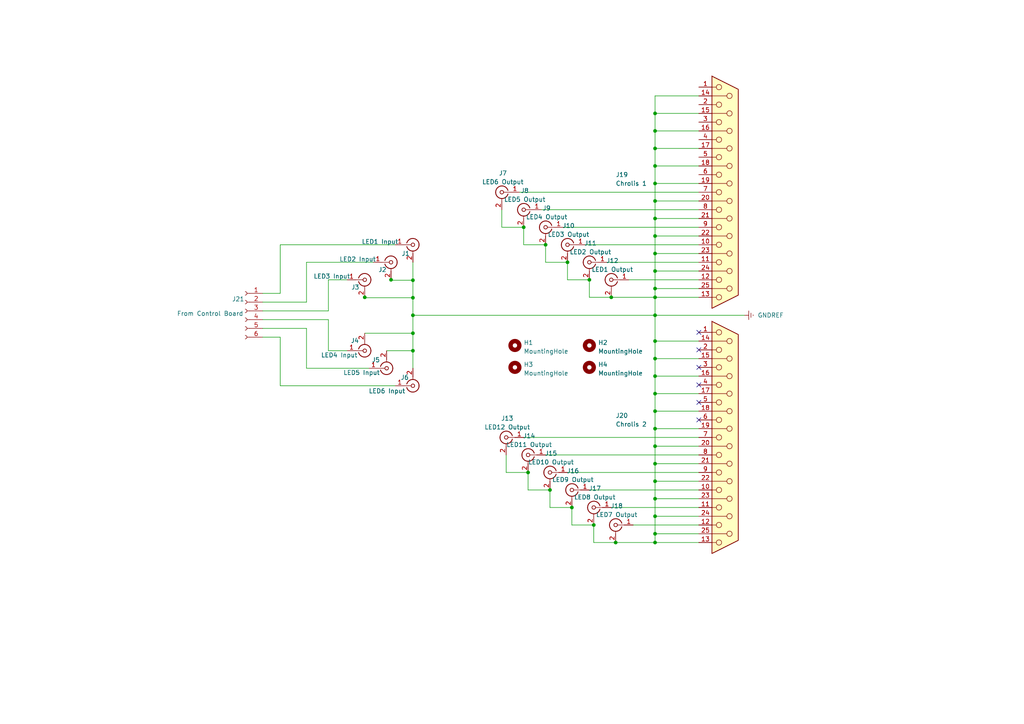
<source format=kicad_sch>
(kicad_sch (version 20211123) (generator eeschema)
  (paper "A4")
  (lib_symbols
    (symbol "Connector:Conn_01x06_Female" (pin_names (offset 1.016) hide)
      (property "Reference" "J" (at 0 7.62 0))
      (property "Value" "Conn_01x06_Female" (at 0 -10.16 0))
      (symbol "Conn_01x06_Female_1_1"
        (arc (start 0 -7.112) (mid -0.508 -7.62) (end 0 -8.128) (stroke (width 0.1524)))
        (arc (start 0 -4.572) (mid -0.508 -5.08) (end 0 -5.588) (stroke (width 0.1524)))
        (arc (start 0 -2.032) (mid -0.508 -2.54) (end 0 -3.048) (stroke (width 0.1524)))
        (polyline (pts (xy -1.27 -7.62) (xy -0.508 -7.62)) (stroke (width 0.1524)))
        (polyline (pts (xy -1.27 -5.08) (xy -0.508 -5.08)) (stroke (width 0.1524)))
        (polyline (pts (xy -1.27 -2.54) (xy -0.508 -2.54)) (stroke (width 0.1524)))
        (polyline (pts (xy -1.27 0) (xy -0.508 0)) (stroke (width 0.1524)))
        (polyline (pts (xy -1.27 2.54) (xy -0.508 2.54)) (stroke (width 0.1524)))
        (polyline (pts (xy -1.27 5.08) (xy -0.508 5.08)) (stroke (width 0.1524)))
        (arc (start 0 0.508) (mid -0.508 0) (end 0 -0.508) (stroke (width 0.1524)))
        (arc (start 0 3.048) (mid -0.508 2.54) (end 0 2.032) (stroke (width 0.1524)))
        (arc (start 0 5.588) (mid -0.508 5.08) (end 0 4.572) (stroke (width 0.1524)))
        (pin passive line (at -5.08 5.08 0) (length 3.81) (name "Pin_1") (number "1"))
        (pin passive line (at -5.08 2.54 0) (length 3.81) (name "Pin_2") (number "2"))
        (pin passive line (at -5.08 0 0) (length 3.81) (name "Pin_3") (number "3"))
        (pin passive line (at -5.08 -2.54 0) (length 3.81) (name "Pin_4") (number "4"))
        (pin passive line (at -5.08 -5.08 0) (length 3.81) (name "Pin_5") (number "5"))
        (pin passive line (at -5.08 -7.62 0) (length 3.81) (name "Pin_6") (number "6"))
      )
    )
    (symbol "Connector:Conn_Coaxial" (pin_names (offset 1.016) hide)
      (property "Reference" "J" (at 0.254 3.048 0))
      (property "Value" "Conn_Coaxial" (at 2.921 0 90))
      (symbol "Conn_Coaxial_0_1"
        (arc (start -1.778 -0.508) (mid 0.2311 -1.8066) (end 1.778 0) (stroke (width 0.254)))
        (polyline (pts (xy -2.54 0) (xy -0.508 0)))
        (polyline (pts (xy 0 -2.54) (xy 0 -1.778)))
        (circle (center 0 0) (radius 0.508) (stroke (width 0.2032)))
        (arc (start 1.778 0) (mid 0.2099 1.8101) (end -1.778 0.508) (stroke (width 0.254)))
      )
      (symbol "Conn_Coaxial_1_1"
        (pin passive line (at -5.08 0 0) (length 2.54) (name "In") (number "1"))
        (pin passive line (at 0 -5.08 90) (length 2.54) (name "Ext") (number "2"))
      )
    )
    (symbol "Connector:DB25_Female" (pin_names (offset 1.016) hide)
      (property "Reference" "J" (at 0 34.29 0))
      (property "Value" "DB25_Female" (at 0 -34.925 0))
      (symbol "DB25_Female_0_1"
        (circle (center -1.778 -30.48) (radius 0.762))
        (circle (center -1.778 -25.4) (radius 0.762))
        (circle (center -1.778 -20.32) (radius 0.762))
        (circle (center -1.778 -15.24) (radius 0.762))
        (circle (center -1.778 -10.16) (radius 0.762))
        (circle (center -1.778 -5.08) (radius 0.762))
        (circle (center -1.778 0) (radius 0.762))
        (circle (center -1.778 5.08) (radius 0.762))
        (circle (center -1.778 10.16) (radius 0.762))
        (circle (center -1.778 15.24) (radius 0.762))
        (circle (center -1.778 20.32) (radius 0.762))
        (circle (center -1.778 25.4) (radius 0.762))
        (circle (center -1.778 30.48) (radius 0.762))
        (polyline (pts (xy -3.81 -30.48) (xy -2.54 -30.48)))
        (polyline (pts (xy -3.81 -27.94) (xy 0.508 -27.94)))
        (polyline (pts (xy -3.81 -25.4) (xy -2.54 -25.4)))
        (polyline (pts (xy -3.81 -22.86) (xy 0.508 -22.86)))
        (polyline (pts (xy -3.81 -20.32) (xy -2.54 -20.32)))
        (polyline (pts (xy -3.81 -17.78) (xy 0.508 -17.78)))
        (polyline (pts (xy -3.81 -15.24) (xy -2.54 -15.24)))
        (polyline (pts (xy -3.81 -12.7) (xy 0.508 -12.7)))
        (polyline (pts (xy -3.81 -10.16) (xy -2.54 -10.16)))
        (polyline (pts (xy -3.81 -7.62) (xy 0.508 -7.62)))
        (polyline (pts (xy -3.81 -5.08) (xy -2.54 -5.08)))
        (polyline (pts (xy -3.81 -2.54) (xy 0.508 -2.54)))
        (polyline (pts (xy -3.81 0) (xy -2.54 0)))
        (polyline (pts (xy -3.81 2.54) (xy 0.508 2.54)))
        (polyline (pts (xy -3.81 5.08) (xy -2.54 5.08)))
        (polyline (pts (xy -3.81 7.62) (xy 0.508 7.62)))
        (polyline (pts (xy -3.81 10.16) (xy -2.54 10.16)))
        (polyline (pts (xy -3.81 12.7) (xy 0.508 12.7)))
        (polyline (pts (xy -3.81 15.24) (xy -2.54 15.24)))
        (polyline (pts (xy -3.81 17.78) (xy 0.508 17.78)))
        (polyline (pts (xy -3.81 20.32) (xy -2.54 20.32)))
        (polyline (pts (xy -3.81 22.86) (xy 0.508 22.86)))
        (polyline (pts (xy -3.81 25.4) (xy -2.54 25.4)))
        (polyline (pts (xy -3.81 27.94) (xy 0.508 27.94)))
        (polyline (pts (xy -3.81 30.48) (xy -2.54 30.48)))
        (polyline (pts (xy -3.81 33.655) (xy 3.81 29.845) (xy 3.81 -29.845) (xy -3.81 -33.655) (xy -3.81 33.655)) (stroke (width 0.254)) (fill (type background)))
        (circle (center 1.27 -27.94) (radius 0.762))
        (circle (center 1.27 -22.86) (radius 0.762))
        (circle (center 1.27 -17.78) (radius 0.762))
        (circle (center 1.27 -12.7) (radius 0.762))
        (circle (center 1.27 -7.62) (radius 0.762))
        (circle (center 1.27 -2.54) (radius 0.762))
        (circle (center 1.27 2.54) (radius 0.762))
        (circle (center 1.27 7.62) (radius 0.762))
        (circle (center 1.27 12.7) (radius 0.762))
        (circle (center 1.27 17.78) (radius 0.762))
        (circle (center 1.27 22.86) (radius 0.762))
        (circle (center 1.27 27.94) (radius 0.762))
      )
      (symbol "DB25_Female_1_1"
        (pin passive line (at -7.62 30.48 0) (length 3.81) (name "1") (number "1"))
        (pin passive line (at -7.62 -15.24 0) (length 3.81) (name "10") (number "10"))
        (pin passive line (at -7.62 -20.32 0) (length 3.81) (name "11") (number "11"))
        (pin passive line (at -7.62 -25.4 0) (length 3.81) (name "12") (number "12"))
        (pin passive line (at -7.62 -30.48 0) (length 3.81) (name "13") (number "13"))
        (pin passive line (at -7.62 27.94 0) (length 3.81) (name "P14") (number "14"))
        (pin passive line (at -7.62 22.86 0) (length 3.81) (name "P15") (number "15"))
        (pin passive line (at -7.62 17.78 0) (length 3.81) (name "P16") (number "16"))
        (pin passive line (at -7.62 12.7 0) (length 3.81) (name "P17") (number "17"))
        (pin passive line (at -7.62 7.62 0) (length 3.81) (name "P18") (number "18"))
        (pin passive line (at -7.62 2.54 0) (length 3.81) (name "P19") (number "19"))
        (pin passive line (at -7.62 25.4 0) (length 3.81) (name "2") (number "2"))
        (pin passive line (at -7.62 -2.54 0) (length 3.81) (name "P20") (number "20"))
        (pin passive line (at -7.62 -7.62 0) (length 3.81) (name "P21") (number "21"))
        (pin passive line (at -7.62 -12.7 0) (length 3.81) (name "P22") (number "22"))
        (pin passive line (at -7.62 -17.78 0) (length 3.81) (name "P23") (number "23"))
        (pin passive line (at -7.62 -22.86 0) (length 3.81) (name "P24") (number "24"))
        (pin passive line (at -7.62 -27.94 0) (length 3.81) (name "P25") (number "25"))
        (pin passive line (at -7.62 20.32 0) (length 3.81) (name "3") (number "3"))
        (pin passive line (at -7.62 15.24 0) (length 3.81) (name "4") (number "4"))
        (pin passive line (at -7.62 10.16 0) (length 3.81) (name "5") (number "5"))
        (pin passive line (at -7.62 5.08 0) (length 3.81) (name "6") (number "6"))
        (pin passive line (at -7.62 0 0) (length 3.81) (name "7") (number "7"))
        (pin passive line (at -7.62 -5.08 0) (length 3.81) (name "8") (number "8"))
        (pin passive line (at -7.62 -10.16 0) (length 3.81) (name "9") (number "9"))
      )
    )
    (symbol "Mechanical:MountingHole" (pin_names (offset 1.016))
      (property "Reference" "H" (at 0 5.08 0))
      (property "Value" "MountingHole" (at 0 3.175 0))
      (symbol "MountingHole_0_1"
        (circle (center 0 0) (radius 1.27) (stroke (width 1.27)))
      )
    )
    (symbol "power:GNDREF" (power) (pin_names (offset 0))
      (property "Value" "GNDREF" (at 0 -3.81 0))
      (symbol "GNDREF_0_1"
        (polyline (pts (xy -0.635 -1.905) (xy 0.635 -1.905)))
        (polyline (pts (xy -0.127 -2.54) (xy 0.127 -2.54)))
        (polyline (pts (xy 0 -1.27) (xy 0 0)))
        (polyline (pts (xy 1.27 -1.27) (xy -1.27 -1.27)))
      )
      (symbol "GNDREF_1_1"
        (pin power_in line (at 0 0 270) (length 0) hide (name "GNDREF") (number "1"))
      )
    )
  )
  (junction (at 177.292 86.233))
  (junction (at 189.992 149.733))
  (junction (at 189.992 154.813))
  (junction (at 189.992 119.253))
  (junction (at 164.592 76.073))
  (junction (at 189.992 134.493))
  (junction (at 113.411 81.153))
  (junction (at 170.942 81.153))
  (junction (at 189.992 32.893))
  (junction (at 151.892 65.913))
  (junction (at 189.992 91.44))
  (junction (at 119.761 81.28))
  (junction (at 189.992 144.653))
  (junction (at 105.791 86.233))
  (junction (at 158.242 70.993))
  (junction (at 119.761 96.647))
  (junction (at 189.992 58.293))
  (junction (at 189.992 63.373))
  (junction (at 119.761 101.727))
  (junction (at 159.512 142.113))
  (junction (at 189.992 139.573))
  (junction (at 189.992 68.453))
  (junction (at 119.761 91.44))
  (junction (at 189.992 98.933))
  (junction (at 153.162 137.033))
  (junction (at 189.992 73.533))
  (junction (at 189.992 114.173))
  (junction (at 189.992 109.093))
  (junction (at 189.992 53.213))
  (junction (at 189.992 48.133))
  (junction (at 189.992 86.233))
  (junction (at 189.992 104.013))
  (junction (at 119.761 86.36))
  (junction (at 189.992 157.353))
  (junction (at 189.992 124.333))
  (junction (at 189.992 129.413))
  (junction (at 189.992 37.973))
  (junction (at 189.992 78.613))
  (junction (at 172.212 152.273))
  (junction (at 189.992 43.053))
  (junction (at 189.992 83.693))
  (junction (at 178.562 157.353))
  (junction (at 165.862 147.193))
  (no_connect (at 202.692 111.633))
  (no_connect (at 202.692 106.553))
  (no_connect (at 202.692 101.473))
  (no_connect (at 202.692 116.713))
  (no_connect (at 202.692 121.793))
  (no_connect (at 202.692 96.393))
  (wire (pts (xy 95.25 92.71) (xy 95.25 101.727)))
  (wire (pts (xy 202.692 27.813) (xy 189.992 27.813)))
  (wire (pts (xy 183.642 152.273) (xy 202.692 152.273)))
  (wire (pts (xy 170.942 86.233) (xy 177.292 86.233)))
  (wire (pts (xy 88.9 95.25) (xy 88.9 106.807)))
  (wire (pts (xy 178.562 157.353) (xy 189.992 157.353)))
  (wire (pts (xy 189.992 124.333) (xy 189.992 129.413)))
  (wire (pts (xy 189.992 73.533) (xy 202.692 73.533)))
  (wire (pts (xy 189.992 27.813) (xy 189.992 32.893)))
  (wire (pts (xy 95.25 81.153) (xy 100.711 81.153)))
  (wire (pts (xy 189.992 68.453) (xy 189.992 73.533)))
  (wire (pts (xy 189.992 43.053) (xy 189.992 48.133)))
  (wire (pts (xy 158.242 70.993) (xy 158.242 76.073)))
  (wire (pts (xy 105.791 86.36) (xy 119.761 86.36)))
  (wire (pts (xy 113.411 81.28) (xy 119.761 81.28)))
  (wire (pts (xy 189.992 144.653) (xy 189.992 149.733)))
  (wire (pts (xy 88.9 87.63) (xy 88.9 76.073)))
  (wire (pts (xy 189.992 58.293) (xy 202.692 58.293)))
  (wire (pts (xy 189.992 83.693) (xy 202.692 83.693)))
  (wire (pts (xy 189.992 48.133) (xy 189.992 53.213)))
  (wire (pts (xy 164.592 137.033) (xy 202.692 137.033)))
  (wire (pts (xy 119.761 86.36) (xy 119.761 91.44)))
  (wire (pts (xy 189.992 119.253) (xy 202.692 119.253)))
  (wire (pts (xy 165.862 152.273) (xy 172.212 152.273)))
  (wire (pts (xy 88.9 106.807) (xy 107.061 106.807)))
  (wire (pts (xy 170.942 81.153) (xy 170.942 86.233)))
  (wire (pts (xy 202.692 86.233) (xy 189.992 86.233)))
  (wire (pts (xy 95.25 90.17) (xy 95.25 81.153)))
  (wire (pts (xy 202.692 157.353) (xy 189.992 157.353)))
  (wire (pts (xy 189.992 154.813) (xy 202.692 154.813)))
  (wire (pts (xy 164.592 76.073) (xy 164.592 81.153)))
  (wire (pts (xy 189.992 63.373) (xy 202.692 63.373)))
  (wire (pts (xy 202.692 98.933) (xy 189.992 98.933)))
  (wire (pts (xy 164.592 81.153) (xy 170.942 81.153)))
  (wire (pts (xy 189.992 37.973) (xy 189.992 43.053)))
  (wire (pts (xy 158.242 76.073) (xy 164.592 76.073)))
  (wire (pts (xy 177.292 86.233) (xy 189.992 86.233)))
  (wire (pts (xy 169.672 70.993) (xy 202.692 70.993)))
  (wire (pts (xy 189.992 104.013) (xy 189.992 109.093)))
  (wire (pts (xy 88.9 76.073) (xy 108.331 76.073)))
  (wire (pts (xy 189.992 119.253) (xy 189.992 124.333)))
  (wire (pts (xy 153.162 137.033) (xy 153.162 142.113)))
  (wire (pts (xy 119.761 91.44) (xy 119.761 96.647)))
  (wire (pts (xy 189.992 32.893) (xy 189.992 37.973)))
  (wire (pts (xy 189.992 134.493) (xy 189.992 139.573)))
  (wire (pts (xy 81.28 85.09) (xy 81.28 70.993)))
  (wire (pts (xy 189.992 83.693) (xy 189.992 86.233)))
  (wire (pts (xy 170.942 142.113) (xy 202.692 142.113)))
  (wire (pts (xy 177.292 147.193) (xy 202.692 147.193)))
  (wire (pts (xy 172.212 157.353) (xy 178.562 157.353)))
  (wire (pts (xy 189.992 149.733) (xy 202.692 149.733)))
  (wire (pts (xy 189.992 58.293) (xy 189.992 63.373)))
  (wire (pts (xy 119.761 81.28) (xy 119.761 86.36)))
  (wire (pts (xy 189.992 129.413) (xy 202.692 129.413)))
  (wire (pts (xy 119.761 76.073) (xy 119.761 81.28)))
  (wire (pts (xy 76.2 87.63) (xy 88.9 87.63)))
  (wire (pts (xy 189.992 149.733) (xy 189.992 154.813)))
  (wire (pts (xy 153.162 142.113) (xy 159.512 142.113)))
  (wire (pts (xy 163.322 65.913) (xy 202.692 65.913)))
  (wire (pts (xy 76.2 90.17) (xy 95.25 90.17)))
  (wire (pts (xy 145.542 65.913) (xy 151.892 65.913)))
  (wire (pts (xy 189.992 139.573) (xy 202.692 139.573)))
  (wire (pts (xy 151.892 70.993) (xy 158.242 70.993)))
  (wire (pts (xy 189.992 91.44) (xy 119.761 91.44)))
  (wire (pts (xy 146.812 131.953) (xy 146.812 137.033)))
  (wire (pts (xy 189.992 48.133) (xy 202.692 48.133)))
  (wire (pts (xy 189.992 134.493) (xy 202.692 134.493)))
  (wire (pts (xy 159.512 147.193) (xy 165.862 147.193)))
  (wire (pts (xy 189.992 139.573) (xy 189.992 144.653)))
  (wire (pts (xy 172.212 152.273) (xy 172.212 157.353)))
  (wire (pts (xy 189.992 78.613) (xy 189.992 83.693)))
  (wire (pts (xy 189.992 98.933) (xy 189.992 104.013)))
  (wire (pts (xy 76.2 85.09) (xy 81.28 85.09)))
  (wire (pts (xy 81.28 97.79) (xy 81.28 111.887)))
  (wire (pts (xy 189.992 32.893) (xy 202.692 32.893)))
  (wire (pts (xy 150.622 55.753) (xy 202.692 55.753)))
  (wire (pts (xy 189.992 37.973) (xy 202.692 37.973)))
  (wire (pts (xy 189.992 154.813) (xy 189.992 157.353)))
  (wire (pts (xy 76.2 97.79) (xy 81.28 97.79)))
  (wire (pts (xy 112.141 101.727) (xy 119.761 101.727)))
  (wire (pts (xy 189.992 86.233) (xy 189.992 91.44)))
  (wire (pts (xy 114.681 70.993) (xy 81.28 70.993)))
  (wire (pts (xy 156.972 60.833) (xy 202.692 60.833)))
  (wire (pts (xy 189.992 114.173) (xy 189.992 119.253)))
  (wire (pts (xy 189.992 53.213) (xy 202.692 53.213)))
  (wire (pts (xy 189.992 104.013) (xy 202.692 104.013)))
  (wire (pts (xy 119.761 101.727) (xy 119.761 106.807)))
  (wire (pts (xy 151.892 65.913) (xy 151.892 70.993)))
  (wire (pts (xy 119.761 96.647) (xy 119.761 101.727)))
  (wire (pts (xy 189.992 114.173) (xy 202.692 114.173)))
  (wire (pts (xy 189.992 73.533) (xy 189.992 78.613)))
  (wire (pts (xy 76.2 92.71) (xy 95.25 92.71)))
  (wire (pts (xy 145.542 60.833) (xy 145.542 65.913)))
  (wire (pts (xy 189.992 124.333) (xy 202.692 124.333)))
  (wire (pts (xy 146.812 137.033) (xy 153.162 137.033)))
  (wire (pts (xy 189.992 91.44) (xy 215.9 91.44)))
  (wire (pts (xy 189.992 129.413) (xy 189.992 134.493)))
  (wire (pts (xy 176.022 76.073) (xy 202.692 76.073)))
  (wire (pts (xy 81.28 111.887) (xy 114.681 111.887)))
  (wire (pts (xy 189.992 91.44) (xy 189.992 98.933)))
  (wire (pts (xy 189.992 109.093) (xy 202.692 109.093)))
  (wire (pts (xy 95.25 101.727) (xy 100.711 101.727)))
  (wire (pts (xy 165.862 147.193) (xy 165.862 152.273)))
  (wire (pts (xy 189.992 78.613) (xy 202.692 78.613)))
  (wire (pts (xy 189.992 144.653) (xy 202.692 144.653)))
  (wire (pts (xy 189.992 53.213) (xy 189.992 58.293)))
  (wire (pts (xy 182.372 81.153) (xy 202.692 81.153)))
  (wire (pts (xy 105.791 96.647) (xy 119.761 96.647)))
  (wire (pts (xy 76.2 95.25) (xy 88.9 95.25)))
  (wire (pts (xy 158.242 131.953) (xy 202.692 131.953)))
  (wire (pts (xy 189.992 63.373) (xy 189.992 68.453)))
  (wire (pts (xy 189.992 68.453) (xy 202.692 68.453)))
  (wire (pts (xy 159.512 142.113) (xy 159.512 147.193)))
  (wire (pts (xy 189.992 109.093) (xy 189.992 114.173)))
  (wire (pts (xy 151.892 126.873) (xy 202.692 126.873)))
  (wire (pts (xy 189.992 43.053) (xy 202.692 43.053)))
  (symbol (lib_id "Connector:Conn_Coaxial") (at 105.791 81.153 0) (unit 1)
    (property "Reference" "J3" (at 101.854 83.312 0) (effects (justify left)))
    (property "Value" "LED3 Input" (at 90.932 80.137 0) (effects (justify left)))
    (property "Footprint" "Connector_Coaxial:SMA_Amphenol_132291_Vertical" (effects hide))
    (property "Datasheet" " ~" (effects hide))
  )
  (symbol (lib_id "Connector:Conn_Coaxial") (at 105.791 101.727 0) (mirror x) (unit 1)
    (property "Reference" "J4" (at 101.727 98.806 0) (effects (justify left)))
    (property "Value" "LED4 Input" (at 93.091 102.997 0) (effects (justify left)))
    (property "Footprint" "Connector_Coaxial:SMA_Amphenol_132291_Vertical" (effects hide))
    (property "Datasheet" " ~" (effects hide))
  )
  (symbol (lib_id "Connector:Conn_Coaxial") (at 170.942 76.073 0) (mirror y) (unit 1)
    (property "Reference" "J11" (at 171.2594 70.5466 0))
    (property "Value" "LED2 Output" (at 171.2594 73.0835 0))
    (property "Footprint" "Connector_Coaxial:SMA_Amphenol_132291_Vertical" (effects hide))
    (property "Datasheet" " ~" (effects hide))
  )
  (symbol (lib_id "Connector:Conn_Coaxial") (at 146.812 126.873 0) (mirror y) (unit 1)
    (property "Reference" "J13" (at 147.1294 121.3466 0))
    (property "Value" "LED12 Output" (at 147.1294 123.8835 0))
    (property "Footprint" "Connector_Coaxial:SMA_Amphenol_132291_Vertical" (effects hide))
    (property "Datasheet" " ~" (effects hide))
  )
  (symbol (lib_id "power:GNDREF") (at 215.9 91.44 90) (unit 1)
    (property "Reference" "#PWR0101" (effects hide))
    (property "Value" "GNDREF" (at 227.33 91.44 90) (effects (justify left)))
  )
  (symbol (lib_id "Mechanical:MountingHole") (at 170.942 100.203 0) (unit 1)
    (property "Reference" "H2" (at 173.482 99.3683 0) (effects (justify left)))
    (property "Value" "MountingHole" (at 173.482 101.9052 0) (effects (justify left)))
    (property "Footprint" "MountingHole:MountingHole_3mm" (effects hide))
  )
  (symbol (lib_id "Connector:Conn_Coaxial") (at 113.411 76.073 0) (unit 1)
    (property "Reference" "J2" (at 109.728 78.232 0) (effects (justify left)))
    (property "Value" "LED2 Input" (at 98.425 75.184 0) (effects (justify left)))
    (property "Footprint" "Connector_Coaxial:SMA_Amphenol_132291_Vertical" (effects hide))
    (property "Datasheet" " ~" (effects hide))
  )
  (symbol (lib_id "Connector:Conn_Coaxial") (at 119.761 111.887 0) (mirror x) (unit 1)
    (property "Reference" "J6" (at 116.205 109.474 0) (effects (justify left)))
    (property "Value" "LED6 Input" (at 106.934 113.411 0) (effects (justify left)))
    (property "Footprint" "Connector_Coaxial:SMA_Amphenol_132291_Vertical" (effects hide))
    (property "Datasheet" " ~" (effects hide))
  )
  (symbol (lib_id "Mechanical:MountingHole") (at 170.942 106.553 0) (unit 1)
    (property "Reference" "H4" (at 173.482 105.7183 0) (effects (justify left)))
    (property "Value" "MountingHole" (at 173.482 108.2552 0) (effects (justify left)))
    (property "Footprint" "MountingHole:MountingHole_3mm" (effects hide))
  )
  (symbol (lib_id "Connector:DB25_Female") (at 210.312 55.753 0) (unit 1)
    (property "Reference" "J19" (at 178.562 50.6761 0) (effects (justify left)))
    (property "Value" "Chrolis 1" (at 178.562 53.213 0) (effects (justify left)))
    (property "Footprint" "Connector_Dsub:DSUB-25_Female_Horizontal_P2.77x2.84mm_EdgePinOffset9.90mm_Housed_MountingHolesOffset11.32mm" (effects hide))
    (property "Datasheet" " ~" (effects hide))
  )
  (symbol (lib_id "Connector:Conn_Coaxial") (at 151.892 60.833 0) (mirror y) (unit 1)
    (property "Reference" "J8" (at 152.2094 55.3066 0))
    (property "Value" "LED5 Output" (at 152.2094 57.8435 0))
    (property "Footprint" "Connector_Coaxial:SMA_Amphenol_132291_Vertical" (effects hide))
    (property "Datasheet" " ~" (effects hide))
  )
  (symbol (lib_id "Connector:Conn_Coaxial") (at 145.542 55.753 0) (mirror y) (unit 1)
    (property "Reference" "J7" (at 145.8594 50.2266 0))
    (property "Value" "LED6 Output" (at 145.8594 52.7635 0))
    (property "Footprint" "Connector_Coaxial:SMA_Amphenol_132291_Vertical" (effects hide))
    (property "Datasheet" " ~" (effects hide))
  )
  (symbol (lib_id "Mechanical:MountingHole") (at 149.352 106.553 0) (unit 1)
    (property "Reference" "H3" (at 151.892 105.7183 0) (effects (justify left)))
    (property "Value" "MountingHole" (at 151.892 108.2552 0) (effects (justify left)))
    (property "Footprint" "MountingHole:MountingHole_3mm" (effects hide))
  )
  (symbol (lib_id "Connector:Conn_Coaxial") (at 177.292 81.153 0) (mirror y) (unit 1)
    (property "Reference" "J12" (at 177.6094 75.6266 0))
    (property "Value" "LED1 Output" (at 177.6094 78.1635 0))
    (property "Footprint" "Connector_Coaxial:SMA_Amphenol_132291_Vertical" (effects hide))
    (property "Datasheet" " ~" (effects hide))
  )
  (symbol (lib_id "Mechanical:MountingHole") (at 149.352 100.203 0) (unit 1)
    (property "Reference" "H1" (at 151.892 99.3683 0) (effects (justify left)))
    (property "Value" "MountingHole" (at 151.892 101.9052 0) (effects (justify left)))
    (property "Footprint" "MountingHole:MountingHole_3mm" (effects hide))
  )
  (symbol (lib_id "Connector:Conn_Coaxial") (at 112.141 106.807 0) (mirror x) (unit 1)
    (property "Reference" "J5" (at 107.823 104.394 0) (effects (justify left)))
    (property "Value" "LED5 Input" (at 99.568 108.077 0) (effects (justify left)))
    (property "Footprint" "Connector_Coaxial:SMA_Amphenol_132291_Vertical" (effects hide))
    (property "Datasheet" " ~" (effects hide))
  )
  (symbol (lib_id "Connector:Conn_Coaxial") (at 159.512 137.033 0) (mirror y) (unit 1)
    (property "Reference" "J15" (at 159.8294 131.5066 0))
    (property "Value" "LED10 Output" (at 159.8294 134.0435 0))
    (property "Footprint" "Connector_Coaxial:SMA_Amphenol_132291_Vertical" (effects hide))
    (property "Datasheet" " ~" (effects hide))
  )
  (symbol (lib_id "Connector:DB25_Female") (at 210.312 126.873 0) (unit 1)
    (property "Reference" "J20" (at 178.562 120.5261 0) (effects (justify left)))
    (property "Value" "Chrolis 2" (at 178.562 123.063 0) (effects (justify left)))
    (property "Footprint" "Connector_Dsub:DSUB-25_Female_Horizontal_P2.77x2.84mm_EdgePinOffset9.90mm_Housed_MountingHolesOffset11.32mm" (effects hide))
    (property "Datasheet" " ~" (effects hide))
  )
  (symbol (lib_id "Connector:Conn_Coaxial") (at 164.592 70.993 0) (mirror y) (unit 1)
    (property "Reference" "J10" (at 164.9094 65.4666 0))
    (property "Value" "LED3 Output" (at 164.9094 68.0035 0))
    (property "Footprint" "Connector_Coaxial:SMA_Amphenol_132291_Vertical" (effects hide))
    (property "Datasheet" " ~" (effects hide))
  )
  (symbol (lib_id "Connector:Conn_01x06_Female") (at 71.12 90.17 0) (mirror y) (unit 1)
    (property "Reference" "J21" (at 69.088 86.741 0))
    (property "Value" "From Control Board" (at 60.96 90.932 0))
    (property "Footprint" "Connector_JST:JST_XH_S6B-XH-A_1x06_P2.50mm_Horizontal" (effects hide))
  )
  (symbol (lib_id "Connector:Conn_Coaxial") (at 165.862 142.113 0) (mirror y) (unit 1)
    (property "Reference" "J16" (at 166.1794 136.5866 0))
    (property "Value" "LED9 Output" (at 166.1794 139.1235 0))
    (property "Footprint" "Connector_Coaxial:SMA_Amphenol_132291_Vertical" (effects hide))
    (property "Datasheet" " ~" (effects hide))
  )
  (symbol (lib_id "Connector:Conn_Coaxial") (at 158.242 65.913 0) (mirror y) (unit 1)
    (property "Reference" "J9" (at 158.5594 60.3866 0))
    (property "Value" "LED4 Output" (at 158.5594 62.9235 0))
    (property "Footprint" "Connector_Coaxial:SMA_Amphenol_132291_Vertical" (effects hide))
    (property "Datasheet" " ~" (effects hide))
  )
  (symbol (lib_id "Connector:Conn_Coaxial") (at 153.162 131.953 0) (mirror y) (unit 1)
    (property "Reference" "J14" (at 153.4794 126.4266 0))
    (property "Value" "LED11 Output" (at 153.4794 128.9635 0))
    (property "Footprint" "Connector_Coaxial:SMA_Amphenol_132291_Vertical" (effects hide))
    (property "Datasheet" " ~" (effects hide))
  )
  (symbol (lib_id "Connector:Conn_Coaxial") (at 119.761 70.993 0) (unit 1)
    (property "Reference" "J1" (at 116.459 73.533 0) (effects (justify left)))
    (property "Value" "LED1 Input" (at 104.902 70.104 0) (effects (justify left)))
    (property "Footprint" "Connector_Coaxial:SMA_Amphenol_132291_Vertical" (effects hide))
    (property "Datasheet" " ~" (effects hide))
  )
  (symbol (lib_id "Connector:Conn_Coaxial") (at 172.212 147.193 0) (mirror y) (unit 1)
    (property "Reference" "J17" (at 172.5294 141.6666 0))
    (property "Value" "LED8 Output" (at 172.5294 144.2035 0))
    (property "Footprint" "Connector_Coaxial:SMA_Amphenol_132291_Vertical" (effects hide))
    (property "Datasheet" " ~" (effects hide))
  )
  (symbol (lib_id "Connector:Conn_Coaxial") (at 178.562 152.273 0) (mirror y) (unit 1)
    (property "Reference" "J18" (at 178.8794 146.7466 0))
    (property "Value" "LED7 Output" (at 178.8794 149.2835 0))
    (property "Footprint" "Connector_Coaxial:SMA_Amphenol_132291_Vertical" (effects hide))
    (property "Datasheet" " ~" (effects hide))
  )
)
</source>
